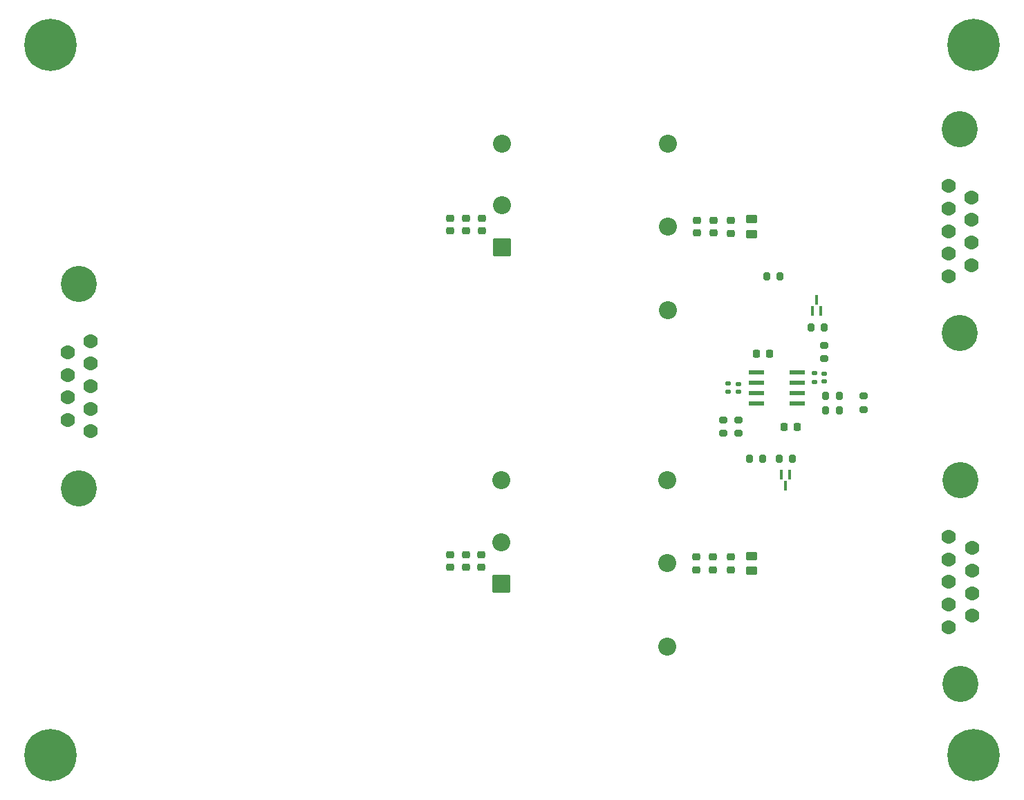
<source format=gbr>
%TF.GenerationSoftware,KiCad,Pcbnew,8.0.6*%
%TF.CreationDate,2025-05-16T11:43:59-04:00*%
%TF.ProjectId,PM5V_Telemetry_Cold_TPC,504d3556-5f54-4656-9c65-6d657472795f,rev?*%
%TF.SameCoordinates,Original*%
%TF.FileFunction,Soldermask,Bot*%
%TF.FilePolarity,Negative*%
%FSLAX46Y46*%
G04 Gerber Fmt 4.6, Leading zero omitted, Abs format (unit mm)*
G04 Created by KiCad (PCBNEW 8.0.6) date 2025-05-16 11:43:59*
%MOMM*%
%LPD*%
G01*
G04 APERTURE LIST*
G04 Aperture macros list*
%AMRoundRect*
0 Rectangle with rounded corners*
0 $1 Rounding radius*
0 $2 $3 $4 $5 $6 $7 $8 $9 X,Y pos of 4 corners*
0 Add a 4 corners polygon primitive as box body*
4,1,4,$2,$3,$4,$5,$6,$7,$8,$9,$2,$3,0*
0 Add four circle primitives for the rounded corners*
1,1,$1+$1,$2,$3*
1,1,$1+$1,$4,$5*
1,1,$1+$1,$6,$7*
1,1,$1+$1,$8,$9*
0 Add four rect primitives between the rounded corners*
20,1,$1+$1,$2,$3,$4,$5,0*
20,1,$1+$1,$4,$5,$6,$7,0*
20,1,$1+$1,$6,$7,$8,$9,0*
20,1,$1+$1,$8,$9,$2,$3,0*%
G04 Aperture macros list end*
%ADD10C,6.400000*%
%ADD11C,1.764000*%
%ADD12C,4.420000*%
%ADD13RoundRect,0.102000X1.000000X-1.000000X1.000000X1.000000X-1.000000X1.000000X-1.000000X-1.000000X0*%
%ADD14C,2.204000*%
%ADD15RoundRect,0.250000X0.450000X-0.262500X0.450000X0.262500X-0.450000X0.262500X-0.450000X-0.262500X0*%
%ADD16RoundRect,0.200000X0.275000X-0.200000X0.275000X0.200000X-0.275000X0.200000X-0.275000X-0.200000X0*%
%ADD17R,1.981200X0.558800*%
%ADD18RoundRect,0.200000X0.200000X0.275000X-0.200000X0.275000X-0.200000X-0.275000X0.200000X-0.275000X0*%
%ADD19RoundRect,0.140000X0.170000X-0.140000X0.170000X0.140000X-0.170000X0.140000X-0.170000X-0.140000X0*%
%ADD20RoundRect,0.225000X0.250000X-0.225000X0.250000X0.225000X-0.250000X0.225000X-0.250000X-0.225000X0*%
%ADD21R,0.350800X1.161200*%
%ADD22RoundRect,0.225000X0.225000X0.250000X-0.225000X0.250000X-0.225000X-0.250000X0.225000X-0.250000X0*%
%ADD23RoundRect,0.225000X-0.225000X-0.250000X0.225000X-0.250000X0.225000X0.250000X-0.225000X0.250000X0*%
%ADD24RoundRect,0.135000X0.185000X-0.135000X0.185000X0.135000X-0.185000X0.135000X-0.185000X-0.135000X0*%
%ADD25RoundRect,0.200000X-0.200000X-0.275000X0.200000X-0.275000X0.200000X0.275000X-0.200000X0.275000X0*%
G04 APERTURE END LIST*
D10*
%TO.C,H3*%
X208000000Y-33000000D03*
%TD*%
%TO.C,H1*%
X95000000Y-33000000D03*
%TD*%
D11*
%TO.C,J1*%
X99920000Y-69275000D03*
X99920000Y-72045000D03*
X99920000Y-74815000D03*
X99920000Y-77585000D03*
X99920000Y-80355000D03*
X97080000Y-70660000D03*
X97080000Y-73430000D03*
X97080000Y-76200000D03*
X97080000Y-78970000D03*
D12*
X98500000Y-62315000D03*
X98500000Y-87315000D03*
%TD*%
D10*
%TO.C,H2*%
X95000000Y-120000000D03*
%TD*%
D11*
%TO.C,J2*%
X204940000Y-61360000D03*
X204940000Y-58590000D03*
X204940000Y-55820000D03*
X204940000Y-53050000D03*
X204940000Y-50280000D03*
X207780000Y-59975000D03*
X207780000Y-57205000D03*
X207780000Y-54435000D03*
X207780000Y-51665000D03*
D12*
X206360000Y-68320000D03*
X206360000Y-43320000D03*
%TD*%
D10*
%TO.C,H4*%
X208000000Y-120000000D03*
%TD*%
D13*
%TO.C,U2*%
X150235600Y-99020000D03*
D14*
X150235600Y-93920000D03*
X170535600Y-106720000D03*
X170535600Y-96520000D03*
X170535600Y-86320000D03*
X150235600Y-86320000D03*
%TD*%
D13*
%TO.C,U1*%
X150268100Y-57775000D03*
D14*
X150268100Y-52675000D03*
X170568100Y-65475000D03*
X170568100Y-55275000D03*
X170568100Y-45075000D03*
X150268100Y-45075000D03*
%TD*%
D11*
%TO.C,J3*%
X204980000Y-104350000D03*
X204980000Y-101580000D03*
X204980000Y-98810000D03*
X204980000Y-96040000D03*
X204980000Y-93270000D03*
X207820000Y-102965000D03*
X207820000Y-100195000D03*
X207820000Y-97425000D03*
X207820000Y-94655000D03*
D12*
X206400000Y-111310000D03*
X206400000Y-86310000D03*
%TD*%
D15*
%TO.C,R8*%
X180825600Y-97437499D03*
X180825600Y-95612499D03*
%TD*%
D16*
%TO.C,R18*%
X177358100Y-80605000D03*
X177358100Y-78955000D03*
%TD*%
D17*
%TO.C,U3*%
X186401900Y-73145000D03*
X186401900Y-74415000D03*
X186401900Y-75685000D03*
X186401900Y-76955000D03*
X181474300Y-76955000D03*
X181474300Y-75685000D03*
X181474300Y-74415000D03*
X181474300Y-73145000D03*
%TD*%
D18*
%TO.C,R13*%
X191588100Y-76030000D03*
X189938100Y-76030000D03*
%TD*%
D19*
%TO.C,C23*%
X189728100Y-74230000D03*
X189728100Y-73270000D03*
%TD*%
%TO.C,R19*%
X179228100Y-75490000D03*
X179228100Y-74530000D03*
%TD*%
D20*
%TO.C,C15*%
X147755600Y-97000001D03*
X147755600Y-95450001D03*
%TD*%
%TO.C,C5*%
X147788100Y-55755000D03*
X147788100Y-54205000D03*
%TD*%
%TO.C,C17*%
X174095600Y-97299999D03*
X174095600Y-95749999D03*
%TD*%
D21*
%TO.C,M1*%
X189328099Y-65605000D03*
X188328101Y-65605000D03*
X188828100Y-64255000D03*
%TD*%
D22*
%TO.C,C21*%
X183013100Y-70810000D03*
X181463100Y-70810000D03*
%TD*%
D21*
%TO.C,M2*%
X184508101Y-85635000D03*
X185508099Y-85635000D03*
X185008100Y-86985000D03*
%TD*%
D23*
%TO.C,C22*%
X184843100Y-79780000D03*
X186393100Y-79780000D03*
%TD*%
D16*
%TO.C,R20*%
X179238100Y-80610000D03*
X179238100Y-78960000D03*
%TD*%
D20*
%TO.C,C7*%
X176178100Y-56055000D03*
X176178100Y-54505000D03*
%TD*%
D16*
%TO.C,R9*%
X189738100Y-71475000D03*
X189738100Y-69825000D03*
%TD*%
D15*
%TO.C,R2*%
X180858100Y-56192500D03*
X180858100Y-54367500D03*
%TD*%
D20*
%TO.C,C4*%
X145898100Y-55760000D03*
X145898100Y-54210000D03*
%TD*%
%TO.C,C8*%
X178338100Y-56075000D03*
X178338100Y-54525000D03*
%TD*%
D16*
%TO.C,R17*%
X194598100Y-77675000D03*
X194598100Y-76025000D03*
%TD*%
D20*
%TO.C,C14*%
X145865600Y-97005001D03*
X145865600Y-95455001D03*
%TD*%
D24*
%TO.C,R12*%
X188588100Y-74270000D03*
X188588100Y-73250000D03*
%TD*%
D25*
%TO.C,R15*%
X180593100Y-83700000D03*
X182243100Y-83700000D03*
%TD*%
D20*
%TO.C,C18*%
X176145600Y-97299999D03*
X176145600Y-95749999D03*
%TD*%
%TO.C,C19*%
X178305600Y-97319999D03*
X178305600Y-95769999D03*
%TD*%
%TO.C,C3*%
X143928100Y-55755000D03*
X143928100Y-54205000D03*
%TD*%
%TO.C,C6*%
X174128100Y-56055000D03*
X174128100Y-54505000D03*
%TD*%
%TO.C,C13*%
X143895600Y-97000001D03*
X143895600Y-95450001D03*
%TD*%
D18*
%TO.C,R11*%
X184323100Y-61370000D03*
X182673100Y-61370000D03*
%TD*%
D25*
%TO.C,R16*%
X184193100Y-83700000D03*
X185843100Y-83700000D03*
%TD*%
%TO.C,R14*%
X189928100Y-77790000D03*
X191578100Y-77790000D03*
%TD*%
D19*
%TO.C,C24*%
X177958100Y-75480000D03*
X177958100Y-74520000D03*
%TD*%
D18*
%TO.C,R10*%
X189753100Y-67640000D03*
X188103100Y-67640000D03*
%TD*%
M02*

</source>
